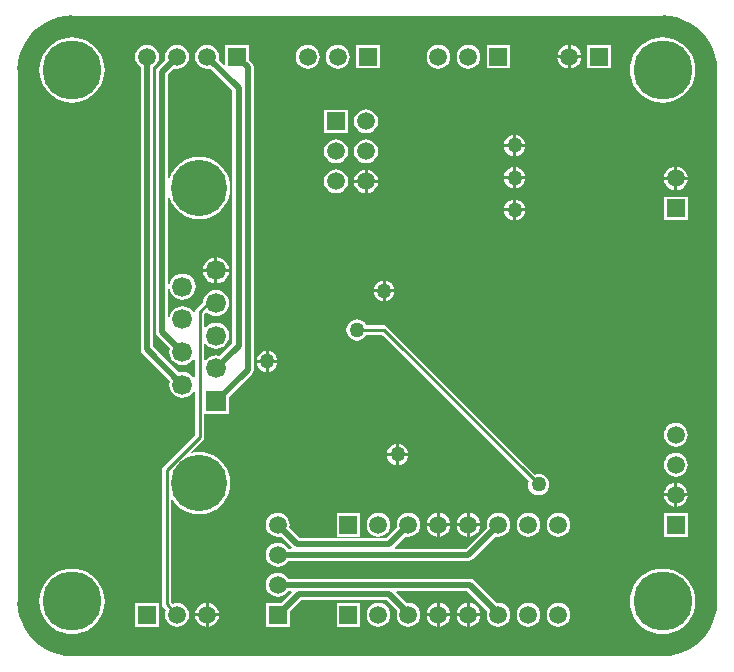
<source format=gbl>
G04 Layer_Physical_Order=2*
G04 Layer_Color=16711680*
%FSLAX24Y24*%
%MOIN*%
G70*
G01*
G75*
%ADD21C,0.0200*%
%ADD22C,0.0100*%
%ADD24R,0.0591X0.0591*%
%ADD25C,0.0591*%
%ADD26R,0.0591X0.0591*%
%ADD27C,0.0665*%
%ADD28R,0.0665X0.0665*%
%ADD29C,0.1874*%
%ADD30C,0.0500*%
%ADD31C,0.1969*%
G36*
X19922Y19518D02*
X20155Y19472D01*
X20381Y19396D01*
X20594Y19290D01*
X20791Y19158D01*
X20970Y19002D01*
X21127Y18823D01*
X21259Y18625D01*
X21364Y18412D01*
X21441Y18187D01*
X21487Y17954D01*
X21502Y17723D01*
X21501Y17717D01*
Y0D01*
X21502Y-7D01*
X21487Y-237D01*
X21441Y-470D01*
X21364Y-695D01*
X21259Y-909D01*
X21127Y-1106D01*
X20970Y-1285D01*
X20791Y-1442D01*
X20594Y-1574D01*
X20381Y-1679D01*
X20155Y-1755D01*
X19922Y-1802D01*
X19692Y-1817D01*
X19685Y-1816D01*
X0D01*
X-7Y-1817D01*
X-237Y-1802D01*
X-470Y-1755D01*
X-695Y-1679D01*
X-909Y-1574D01*
X-1106Y-1442D01*
X-1285Y-1285D01*
X-1442Y-1106D01*
X-1574Y-909D01*
X-1679Y-695D01*
X-1755Y-470D01*
X-1802Y-237D01*
X-1817Y-7D01*
X-1816Y0D01*
Y17717D01*
X-1817Y17723D01*
X-1802Y17954D01*
X-1755Y18187D01*
X-1679Y18412D01*
X-1574Y18625D01*
X-1442Y18823D01*
X-1285Y19002D01*
X-1106Y19158D01*
X-909Y19290D01*
X-695Y19396D01*
X-470Y19472D01*
X-237Y19518D01*
X-7Y19533D01*
X0Y19532D01*
X19685D01*
X19692Y19533D01*
X19922Y19518D01*
D02*
G37*
%LPC*%
G36*
X13165Y2947D02*
X13112Y2940D01*
X13016Y2900D01*
X12933Y2837D01*
X12870Y2754D01*
X12830Y2658D01*
X12823Y2605D01*
X13165D01*
Y2947D01*
D02*
G37*
G36*
X12265D02*
Y2605D01*
X12607D01*
X12600Y2658D01*
X12561Y2754D01*
X12497Y2837D01*
X12415Y2900D01*
X12319Y2940D01*
X12265Y2947D01*
D02*
G37*
G36*
X12165D02*
X12112Y2940D01*
X12016Y2900D01*
X11933Y2837D01*
X11870Y2754D01*
X11830Y2658D01*
X11823Y2605D01*
X12165D01*
Y2947D01*
D02*
G37*
G36*
X20080Y3505D02*
X19738D01*
X19745Y3452D01*
X19785Y3356D01*
X19848Y3273D01*
X19931Y3210D01*
X20027Y3170D01*
X20080Y3163D01*
Y3505D01*
D02*
G37*
G36*
X20522D02*
X20180D01*
Y3163D01*
X20233Y3170D01*
X20329Y3210D01*
X20412Y3273D01*
X20475Y3356D01*
X20515Y3452D01*
X20522Y3505D01*
D02*
G37*
G36*
X13265Y2947D02*
Y2605D01*
X13607D01*
X13600Y2658D01*
X13561Y2754D01*
X13497Y2837D01*
X13415Y2900D01*
X13319Y2940D01*
X13265Y2947D01*
D02*
G37*
G36*
X12165Y2505D02*
X11823D01*
X11830Y2452D01*
X11870Y2356D01*
X11933Y2273D01*
X12016Y2210D01*
X12112Y2170D01*
X12165Y2163D01*
Y2505D01*
D02*
G37*
G36*
X20525Y2950D02*
X19735D01*
Y2160D01*
X20525D01*
Y2950D01*
D02*
G37*
G36*
X9611D02*
X8820D01*
Y2160D01*
X9611D01*
Y2950D01*
D02*
G37*
G36*
X13607Y2505D02*
X13265D01*
Y2163D01*
X13319Y2170D01*
X13415Y2210D01*
X13497Y2273D01*
X13561Y2356D01*
X13600Y2452D01*
X13607Y2505D01*
D02*
G37*
G36*
X13165D02*
X12823D01*
X12830Y2452D01*
X12870Y2356D01*
X12933Y2273D01*
X13016Y2210D01*
X13112Y2170D01*
X13165Y2163D01*
Y2505D01*
D02*
G37*
G36*
X12607D02*
X12265D01*
Y2163D01*
X12319Y2170D01*
X12415Y2210D01*
X12497Y2273D01*
X12561Y2356D01*
X12600Y2452D01*
X12607Y2505D01*
D02*
G37*
G36*
X20130Y5954D02*
X20027Y5940D01*
X19931Y5900D01*
X19848Y5837D01*
X19785Y5754D01*
X19745Y5658D01*
X19731Y5555D01*
X19745Y5452D01*
X19785Y5356D01*
X19848Y5273D01*
X19931Y5210D01*
X20027Y5170D01*
X20130Y5156D01*
X20233Y5170D01*
X20329Y5210D01*
X20412Y5273D01*
X20475Y5356D01*
X20515Y5452D01*
X20529Y5555D01*
X20515Y5658D01*
X20475Y5754D01*
X20412Y5837D01*
X20329Y5900D01*
X20233Y5940D01*
X20130Y5954D01*
D02*
G37*
G36*
X10900Y5246D02*
Y4950D01*
X11196D01*
X11191Y4991D01*
X11156Y5077D01*
X11100Y5150D01*
X11027Y5206D01*
X10941Y5241D01*
X10900Y5246D01*
D02*
G37*
G36*
X10800D02*
X10759Y5241D01*
X10673Y5206D01*
X10600Y5150D01*
X10544Y5077D01*
X10509Y4991D01*
X10504Y4950D01*
X10800D01*
Y5246D01*
D02*
G37*
G36*
X6450Y8346D02*
X6409Y8341D01*
X6323Y8306D01*
X6250Y8250D01*
X6194Y8177D01*
X6159Y8091D01*
X6154Y8050D01*
X6450D01*
Y8346D01*
D02*
G37*
G36*
X6846Y7950D02*
X6550D01*
Y7654D01*
X6591Y7659D01*
X6677Y7694D01*
X6750Y7750D01*
X6806Y7823D01*
X6841Y7909D01*
X6846Y7950D01*
D02*
G37*
G36*
X6450D02*
X6154D01*
X6159Y7909D01*
X6194Y7823D01*
X6250Y7750D01*
X6323Y7694D01*
X6409Y7659D01*
X6450Y7654D01*
Y7950D01*
D02*
G37*
G36*
X20180Y3947D02*
Y3605D01*
X20522D01*
X20515Y3658D01*
X20475Y3754D01*
X20412Y3837D01*
X20329Y3900D01*
X20233Y3940D01*
X20180Y3947D01*
D02*
G37*
G36*
X20080D02*
X20027Y3940D01*
X19931Y3900D01*
X19848Y3837D01*
X19785Y3754D01*
X19745Y3658D01*
X19738Y3605D01*
X20080D01*
Y3947D01*
D02*
G37*
G36*
X9500Y9403D02*
X9409Y9391D01*
X9323Y9356D01*
X9250Y9300D01*
X9194Y9227D01*
X9159Y9141D01*
X9147Y9050D01*
X9159Y8959D01*
X9194Y8873D01*
X9250Y8800D01*
X9323Y8744D01*
X9409Y8709D01*
X9500Y8697D01*
X9591Y8709D01*
X9677Y8744D01*
X9750Y8800D01*
X9806Y8873D01*
X9815Y8897D01*
X10339D01*
X15221Y4015D01*
X15211Y3991D01*
X15199Y3900D01*
X15211Y3809D01*
X15246Y3723D01*
X15302Y3650D01*
X15375Y3594D01*
X15460Y3559D01*
X15552Y3547D01*
X15643Y3559D01*
X15728Y3594D01*
X15801Y3650D01*
X15858Y3723D01*
X15893Y3809D01*
X15905Y3900D01*
X15893Y3991D01*
X15858Y4077D01*
X15801Y4150D01*
X15728Y4206D01*
X15643Y4241D01*
X15552Y4253D01*
X15460Y4241D01*
X15437Y4231D01*
X10510Y9158D01*
X10460Y9191D01*
X10402Y9203D01*
X9815D01*
X9806Y9227D01*
X9750Y9300D01*
X9677Y9356D01*
X9591Y9391D01*
X9500Y9403D01*
D02*
G37*
G36*
X11196Y4850D02*
X10900D01*
Y4554D01*
X10941Y4559D01*
X11027Y4594D01*
X11100Y4650D01*
X11156Y4723D01*
X11191Y4809D01*
X11196Y4850D01*
D02*
G37*
G36*
X10800D02*
X10504D01*
X10509Y4809D01*
X10544Y4723D01*
X10600Y4650D01*
X10673Y4594D01*
X10759Y4559D01*
X10800Y4554D01*
Y4850D01*
D02*
G37*
G36*
X20130Y4954D02*
X20027Y4940D01*
X19931Y4900D01*
X19848Y4837D01*
X19785Y4754D01*
X19745Y4658D01*
X19731Y4555D01*
X19745Y4452D01*
X19785Y4356D01*
X19848Y4273D01*
X19931Y4210D01*
X20027Y4170D01*
X20130Y4156D01*
X20233Y4170D01*
X20329Y4210D01*
X20412Y4273D01*
X20475Y4356D01*
X20515Y4452D01*
X20529Y4555D01*
X20515Y4658D01*
X20475Y4754D01*
X20412Y4837D01*
X20329Y4900D01*
X20233Y4940D01*
X20130Y4954D01*
D02*
G37*
G36*
X4450Y-495D02*
X4108D01*
X4115Y-548D01*
X4155Y-644D01*
X4218Y-727D01*
X4301Y-790D01*
X4397Y-830D01*
X4450Y-837D01*
Y-495D01*
D02*
G37*
G36*
X9611Y-50D02*
X8820D01*
Y-840D01*
X9611D01*
Y-50D01*
D02*
G37*
G36*
X2895D02*
X2105D01*
Y-840D01*
X2895D01*
Y-50D01*
D02*
G37*
G36*
X12607Y-495D02*
X12265D01*
Y-837D01*
X12319Y-830D01*
X12415Y-790D01*
X12497Y-727D01*
X12561Y-644D01*
X12600Y-548D01*
X12607Y-495D01*
D02*
G37*
G36*
X12165D02*
X11823D01*
X11830Y-548D01*
X11870Y-644D01*
X11933Y-727D01*
X12016Y-790D01*
X12112Y-830D01*
X12165Y-837D01*
Y-495D01*
D02*
G37*
G36*
X4892D02*
X4550D01*
Y-837D01*
X4603Y-830D01*
X4699Y-790D01*
X4782Y-727D01*
X4845Y-644D01*
X4885Y-548D01*
X4892Y-495D01*
D02*
G37*
G36*
X10215Y-46D02*
X10112Y-60D01*
X10016Y-100D01*
X9933Y-163D01*
X9870Y-246D01*
X9830Y-342D01*
X9817Y-445D01*
X9830Y-548D01*
X9870Y-644D01*
X9933Y-727D01*
X10016Y-790D01*
X10112Y-830D01*
X10215Y-844D01*
X10319Y-830D01*
X10415Y-790D01*
X10497Y-727D01*
X10561Y-644D01*
X10600Y-548D01*
X10614Y-445D01*
X10600Y-342D01*
X10561Y-246D01*
X10497Y-163D01*
X10415Y-100D01*
X10319Y-60D01*
X10215Y-46D01*
D02*
G37*
G36*
X19685Y1088D02*
X19515Y1074D01*
X19349Y1034D01*
X19191Y969D01*
X19046Y880D01*
X18916Y769D01*
X18805Y639D01*
X18716Y494D01*
X18651Y336D01*
X18611Y170D01*
X18597Y0D01*
X18611Y-170D01*
X18651Y-336D01*
X18716Y-494D01*
X18805Y-639D01*
X18916Y-769D01*
X19046Y-880D01*
X19191Y-969D01*
X19349Y-1034D01*
X19515Y-1074D01*
X19685Y-1088D01*
X19855Y-1074D01*
X20021Y-1034D01*
X20179Y-969D01*
X20324Y-880D01*
X20454Y-769D01*
X20565Y-639D01*
X20654Y-494D01*
X20719Y-336D01*
X20759Y-170D01*
X20773Y0D01*
X20759Y170D01*
X20719Y336D01*
X20654Y494D01*
X20565Y639D01*
X20454Y769D01*
X20324Y880D01*
X20179Y969D01*
X20021Y1034D01*
X19855Y1074D01*
X19685Y1088D01*
D02*
G37*
G36*
X0D02*
X-170Y1074D01*
X-336Y1034D01*
X-494Y969D01*
X-639Y880D01*
X-769Y769D01*
X-880Y639D01*
X-969Y494D01*
X-1034Y336D01*
X-1074Y170D01*
X-1088Y0D01*
X-1074Y-170D01*
X-1034Y-336D01*
X-969Y-494D01*
X-880Y-639D01*
X-769Y-769D01*
X-639Y-880D01*
X-494Y-969D01*
X-336Y-1034D01*
X-170Y-1074D01*
X0Y-1088D01*
X170Y-1074D01*
X336Y-1034D01*
X494Y-969D01*
X639Y-880D01*
X769Y-769D01*
X880Y-639D01*
X969Y-494D01*
X1034Y-336D01*
X1074Y-170D01*
X1088Y0D01*
X1074Y170D01*
X1034Y336D01*
X969Y494D01*
X880Y639D01*
X769Y769D01*
X639Y880D01*
X494Y969D01*
X336Y1034D01*
X170Y1074D01*
X0Y1088D01*
D02*
G37*
G36*
X16215Y-46D02*
X16112Y-60D01*
X16016Y-100D01*
X15933Y-163D01*
X15870Y-246D01*
X15830Y-342D01*
X15817Y-445D01*
X15830Y-548D01*
X15870Y-644D01*
X15933Y-727D01*
X16016Y-790D01*
X16112Y-830D01*
X16215Y-844D01*
X16319Y-830D01*
X16415Y-790D01*
X16497Y-727D01*
X16561Y-644D01*
X16600Y-548D01*
X16614Y-445D01*
X16600Y-342D01*
X16561Y-246D01*
X16497Y-163D01*
X16415Y-100D01*
X16319Y-60D01*
X16215Y-46D01*
D02*
G37*
G36*
X15215D02*
X15112Y-60D01*
X15016Y-100D01*
X14933Y-163D01*
X14870Y-246D01*
X14830Y-342D01*
X14817Y-445D01*
X14830Y-548D01*
X14870Y-644D01*
X14933Y-727D01*
X15016Y-790D01*
X15112Y-830D01*
X15215Y-844D01*
X15319Y-830D01*
X15415Y-790D01*
X15497Y-727D01*
X15561Y-644D01*
X15600Y-548D01*
X15614Y-445D01*
X15600Y-342D01*
X15561Y-246D01*
X15497Y-163D01*
X15415Y-100D01*
X15319Y-60D01*
X15215Y-46D01*
D02*
G37*
G36*
X6858Y954D02*
X6754Y940D01*
X6658Y900D01*
X6576Y837D01*
X6512Y754D01*
X6473Y658D01*
X6459Y555D01*
X6473Y452D01*
X6512Y356D01*
X6576Y273D01*
X6658Y210D01*
X6754Y170D01*
X6858Y156D01*
X6961Y170D01*
X7057Y210D01*
X7140Y273D01*
X7199Y351D01*
X7300D01*
X7319Y305D01*
X6965Y-50D01*
X6462D01*
Y-840D01*
X7253D01*
Y-338D01*
X7637Y46D01*
X10486D01*
X10843Y-311D01*
X10830Y-342D01*
X10817Y-445D01*
X10830Y-548D01*
X10870Y-644D01*
X10933Y-727D01*
X11016Y-790D01*
X11112Y-830D01*
X11215Y-844D01*
X11319Y-830D01*
X11415Y-790D01*
X11497Y-727D01*
X11561Y-644D01*
X11600Y-548D01*
X11614Y-445D01*
X11600Y-342D01*
X11561Y-246D01*
X11497Y-163D01*
X11415Y-100D01*
X11319Y-60D01*
X11215Y-46D01*
X11162Y-53D01*
X10804Y305D01*
X10823Y351D01*
X13181D01*
X13843Y-311D01*
X13830Y-342D01*
X13817Y-445D01*
X13830Y-548D01*
X13870Y-644D01*
X13933Y-727D01*
X14016Y-790D01*
X14112Y-830D01*
X14215Y-844D01*
X14319Y-830D01*
X14415Y-790D01*
X14497Y-727D01*
X14561Y-644D01*
X14600Y-548D01*
X14614Y-445D01*
X14600Y-342D01*
X14561Y-246D01*
X14497Y-163D01*
X14415Y-100D01*
X14319Y-60D01*
X14215Y-46D01*
X14162Y-53D01*
X13410Y699D01*
X13343Y744D01*
X13265Y759D01*
X7199D01*
X7140Y837D01*
X7057Y900D01*
X6961Y940D01*
X6858Y954D01*
D02*
G37*
G36*
X10215Y2954D02*
X10112Y2940D01*
X10016Y2900D01*
X9933Y2837D01*
X9870Y2754D01*
X9830Y2658D01*
X9817Y2555D01*
X9830Y2452D01*
X9870Y2356D01*
X9933Y2273D01*
X10016Y2210D01*
X10112Y2170D01*
X10215Y2156D01*
X10319Y2170D01*
X10415Y2210D01*
X10497Y2273D01*
X10561Y2356D01*
X10600Y2452D01*
X10614Y2555D01*
X10600Y2658D01*
X10561Y2754D01*
X10497Y2837D01*
X10415Y2900D01*
X10319Y2940D01*
X10215Y2954D01*
D02*
G37*
G36*
X13265Y-53D02*
Y-395D01*
X13607D01*
X13600Y-342D01*
X13561Y-246D01*
X13497Y-163D01*
X13415Y-100D01*
X13319Y-60D01*
X13265Y-53D01*
D02*
G37*
G36*
X13165D02*
X13112Y-60D01*
X13016Y-100D01*
X12933Y-163D01*
X12870Y-246D01*
X12830Y-342D01*
X12823Y-395D01*
X13165D01*
Y-53D01*
D02*
G37*
G36*
X16215Y2954D02*
X16112Y2940D01*
X16016Y2900D01*
X15933Y2837D01*
X15870Y2754D01*
X15830Y2658D01*
X15817Y2555D01*
X15830Y2452D01*
X15870Y2356D01*
X15933Y2273D01*
X16016Y2210D01*
X16112Y2170D01*
X16215Y2156D01*
X16319Y2170D01*
X16415Y2210D01*
X16497Y2273D01*
X16561Y2356D01*
X16600Y2452D01*
X16614Y2555D01*
X16600Y2658D01*
X16561Y2754D01*
X16497Y2837D01*
X16415Y2900D01*
X16319Y2940D01*
X16215Y2954D01*
D02*
G37*
G36*
X15215D02*
X15112Y2940D01*
X15016Y2900D01*
X14933Y2837D01*
X14870Y2754D01*
X14830Y2658D01*
X14817Y2555D01*
X14830Y2452D01*
X14870Y2356D01*
X14933Y2273D01*
X15016Y2210D01*
X15112Y2170D01*
X15215Y2156D01*
X15319Y2170D01*
X15415Y2210D01*
X15497Y2273D01*
X15561Y2356D01*
X15600Y2452D01*
X15614Y2555D01*
X15600Y2658D01*
X15561Y2754D01*
X15497Y2837D01*
X15415Y2900D01*
X15319Y2940D01*
X15215Y2954D01*
D02*
G37*
G36*
X14215D02*
X14112Y2940D01*
X14016Y2900D01*
X13933Y2837D01*
X13870Y2754D01*
X13830Y2658D01*
X13817Y2555D01*
X13830Y2458D01*
X13131Y1759D01*
X10773D01*
X10754Y1805D01*
X11118Y2169D01*
X11215Y2156D01*
X11319Y2170D01*
X11415Y2210D01*
X11497Y2273D01*
X11561Y2356D01*
X11600Y2452D01*
X11614Y2555D01*
X11600Y2658D01*
X11561Y2754D01*
X11497Y2837D01*
X11415Y2900D01*
X11319Y2940D01*
X11215Y2954D01*
X11112Y2940D01*
X11016Y2900D01*
X10933Y2837D01*
X10870Y2754D01*
X10830Y2658D01*
X10817Y2555D01*
X10830Y2458D01*
X10476Y2104D01*
X7597D01*
X7244Y2458D01*
X7256Y2555D01*
X7243Y2658D01*
X7203Y2754D01*
X7140Y2837D01*
X7057Y2900D01*
X6961Y2940D01*
X6858Y2954D01*
X6754Y2940D01*
X6658Y2900D01*
X6576Y2837D01*
X6512Y2754D01*
X6473Y2658D01*
X6459Y2555D01*
X6473Y2452D01*
X6512Y2356D01*
X6576Y2273D01*
X6658Y2210D01*
X6754Y2170D01*
X6858Y2156D01*
X6955Y2169D01*
X7319Y1805D01*
X7300Y1759D01*
X7199D01*
X7140Y1837D01*
X7057Y1900D01*
X6961Y1940D01*
X6858Y1954D01*
X6754Y1940D01*
X6658Y1900D01*
X6576Y1837D01*
X6512Y1754D01*
X6473Y1658D01*
X6459Y1555D01*
X6473Y1452D01*
X6512Y1356D01*
X6576Y1273D01*
X6658Y1210D01*
X6754Y1170D01*
X6858Y1156D01*
X6961Y1170D01*
X7057Y1210D01*
X7140Y1273D01*
X7199Y1351D01*
X13215D01*
X13293Y1367D01*
X13360Y1411D01*
X14118Y2169D01*
X14215Y2156D01*
X14319Y2170D01*
X14415Y2210D01*
X14497Y2273D01*
X14561Y2356D01*
X14600Y2452D01*
X14614Y2555D01*
X14600Y2658D01*
X14561Y2754D01*
X14497Y2837D01*
X14415Y2900D01*
X14319Y2940D01*
X14215Y2954D01*
D02*
G37*
G36*
X4450Y-53D02*
X4397Y-60D01*
X4301Y-100D01*
X4218Y-163D01*
X4155Y-246D01*
X4115Y-342D01*
X4108Y-395D01*
X4450D01*
Y-53D01*
D02*
G37*
G36*
X13607Y-495D02*
X13265D01*
Y-837D01*
X13319Y-830D01*
X13415Y-790D01*
X13497Y-727D01*
X13561Y-644D01*
X13600Y-548D01*
X13607Y-495D01*
D02*
G37*
G36*
X13165D02*
X12823D01*
X12830Y-548D01*
X12870Y-644D01*
X12933Y-727D01*
X13016Y-790D01*
X13112Y-830D01*
X13165Y-837D01*
Y-495D01*
D02*
G37*
G36*
X12265Y-53D02*
Y-395D01*
X12607D01*
X12600Y-342D01*
X12561Y-246D01*
X12497Y-163D01*
X12415Y-100D01*
X12319Y-60D01*
X12265Y-53D01*
D02*
G37*
G36*
X12165D02*
X12112Y-60D01*
X12016Y-100D01*
X11933Y-163D01*
X11870Y-246D01*
X11830Y-342D01*
X11823Y-395D01*
X12165D01*
Y-53D01*
D02*
G37*
G36*
X4550D02*
Y-395D01*
X4892D01*
X4885Y-342D01*
X4845Y-246D01*
X4782Y-163D01*
X4699Y-100D01*
X4603Y-60D01*
X4550Y-53D01*
D02*
G37*
G36*
X6550Y8346D02*
Y8050D01*
X6846D01*
X6841Y8091D01*
X6806Y8177D01*
X6750Y8250D01*
X6677Y8306D01*
X6591Y8341D01*
X6550Y8346D01*
D02*
G37*
G36*
X9800Y16399D02*
X9697Y16385D01*
X9601Y16345D01*
X9518Y16282D01*
X9455Y16199D01*
X9415Y16103D01*
X9401Y16000D01*
X9415Y15897D01*
X9455Y15801D01*
X9518Y15718D01*
X9601Y15655D01*
X9697Y15615D01*
X9800Y15601D01*
X9903Y15615D01*
X9999Y15655D01*
X10082Y15718D01*
X10145Y15801D01*
X10185Y15897D01*
X10199Y16000D01*
X10185Y16103D01*
X10145Y16199D01*
X10082Y16282D01*
X9999Y16345D01*
X9903Y16385D01*
X9800Y16399D01*
D02*
G37*
G36*
X14800Y15546D02*
Y15250D01*
X15096D01*
X15091Y15291D01*
X15056Y15377D01*
X15000Y15450D01*
X14927Y15506D01*
X14841Y15541D01*
X14800Y15546D01*
D02*
G37*
G36*
X14700D02*
X14659Y15541D01*
X14573Y15506D01*
X14500Y15450D01*
X14444Y15377D01*
X14409Y15291D01*
X14404Y15250D01*
X14700D01*
Y15546D01*
D02*
G37*
G36*
X19685Y18804D02*
X19515Y18791D01*
X19349Y18751D01*
X19191Y18686D01*
X19046Y18596D01*
X18916Y18486D01*
X18805Y18356D01*
X18716Y18210D01*
X18651Y18053D01*
X18611Y17887D01*
X18597Y17717D01*
X18611Y17546D01*
X18651Y17380D01*
X18716Y17223D01*
X18805Y17077D01*
X18916Y16947D01*
X19046Y16837D01*
X19191Y16747D01*
X19349Y16682D01*
X19515Y16642D01*
X19685Y16629D01*
X19855Y16642D01*
X20021Y16682D01*
X20179Y16747D01*
X20324Y16837D01*
X20454Y16947D01*
X20565Y17077D01*
X20654Y17223D01*
X20719Y17380D01*
X20759Y17546D01*
X20773Y17717D01*
X20759Y17887D01*
X20719Y18053D01*
X20654Y18210D01*
X20565Y18356D01*
X20454Y18486D01*
X20324Y18596D01*
X20179Y18686D01*
X20021Y18751D01*
X19855Y18791D01*
X19685Y18804D01*
D02*
G37*
G36*
X0D02*
X-170Y18791D01*
X-336Y18751D01*
X-494Y18686D01*
X-639Y18596D01*
X-769Y18486D01*
X-880Y18356D01*
X-969Y18210D01*
X-1034Y18053D01*
X-1074Y17887D01*
X-1088Y17717D01*
X-1074Y17546D01*
X-1034Y17380D01*
X-969Y17223D01*
X-880Y17077D01*
X-769Y16947D01*
X-639Y16837D01*
X-494Y16747D01*
X-336Y16682D01*
X-170Y16642D01*
X0Y16629D01*
X170Y16642D01*
X336Y16682D01*
X494Y16747D01*
X639Y16837D01*
X769Y16947D01*
X880Y17077D01*
X969Y17223D01*
X1034Y17380D01*
X1074Y17546D01*
X1088Y17717D01*
X1074Y17887D01*
X1034Y18053D01*
X969Y18210D01*
X880Y18356D01*
X769Y18486D01*
X639Y18596D01*
X494Y18686D01*
X336Y18751D01*
X170Y18791D01*
X0Y18804D01*
D02*
G37*
G36*
X9195Y16395D02*
X8405D01*
Y15605D01*
X9195D01*
Y16395D01*
D02*
G37*
G36*
X8800Y15399D02*
X8697Y15385D01*
X8601Y15345D01*
X8518Y15282D01*
X8455Y15199D01*
X8415Y15103D01*
X8401Y15000D01*
X8415Y14897D01*
X8455Y14801D01*
X8518Y14718D01*
X8601Y14655D01*
X8697Y14615D01*
X8800Y14601D01*
X8903Y14615D01*
X8999Y14655D01*
X9082Y14718D01*
X9145Y14801D01*
X9185Y14897D01*
X9199Y15000D01*
X9185Y15103D01*
X9145Y15199D01*
X9082Y15282D01*
X8999Y15345D01*
X8903Y15385D01*
X8800Y15399D01*
D02*
G37*
G36*
X14800Y14471D02*
Y14175D01*
X15096D01*
X15091Y14216D01*
X15056Y14302D01*
X15000Y14375D01*
X14927Y14431D01*
X14841Y14466D01*
X14800Y14471D01*
D02*
G37*
G36*
X14700D02*
X14659Y14466D01*
X14573Y14431D01*
X14500Y14375D01*
X14444Y14302D01*
X14409Y14216D01*
X14404Y14175D01*
X14700D01*
Y14471D01*
D02*
G37*
G36*
X15096Y15150D02*
X14800D01*
Y14854D01*
X14841Y14859D01*
X14927Y14894D01*
X15000Y14950D01*
X15056Y15023D01*
X15091Y15109D01*
X15096Y15150D01*
D02*
G37*
G36*
X14700D02*
X14404D01*
X14409Y15109D01*
X14444Y15023D01*
X14500Y14950D01*
X14573Y14894D01*
X14659Y14859D01*
X14700Y14854D01*
Y15150D01*
D02*
G37*
G36*
X9800Y15399D02*
X9697Y15385D01*
X9601Y15345D01*
X9518Y15282D01*
X9455Y15199D01*
X9415Y15103D01*
X9401Y15000D01*
X9415Y14897D01*
X9455Y14801D01*
X9518Y14718D01*
X9601Y14655D01*
X9697Y14615D01*
X9800Y14601D01*
X9903Y14615D01*
X9999Y14655D01*
X10082Y14718D01*
X10145Y14801D01*
X10185Y14897D01*
X10199Y15000D01*
X10185Y15103D01*
X10145Y15199D01*
X10082Y15282D01*
X9999Y15345D01*
X9903Y15385D01*
X9800Y15399D01*
D02*
G37*
G36*
X16523Y18111D02*
X16181D01*
X16188Y18058D01*
X16228Y17962D01*
X16291Y17880D01*
X16374Y17816D01*
X16470Y17776D01*
X16523Y17769D01*
Y18111D01*
D02*
G37*
G36*
X17968Y18557D02*
X17178D01*
Y17766D01*
X17968D01*
Y18557D01*
D02*
G37*
G36*
X14611D02*
X13820D01*
Y17766D01*
X14611D01*
Y18557D01*
D02*
G37*
G36*
X16623Y18554D02*
Y18211D01*
X16965D01*
X16958Y18265D01*
X16918Y18361D01*
X16855Y18443D01*
X16772Y18507D01*
X16676Y18547D01*
X16623Y18554D01*
D02*
G37*
G36*
X16523D02*
X16470Y18547D01*
X16374Y18507D01*
X16291Y18443D01*
X16228Y18361D01*
X16188Y18265D01*
X16181Y18211D01*
X16523D01*
Y18554D01*
D02*
G37*
G36*
X16965Y18111D02*
X16623D01*
Y17769D01*
X16676Y17776D01*
X16772Y17816D01*
X16855Y17880D01*
X16918Y17962D01*
X16958Y18058D01*
X16965Y18111D01*
D02*
G37*
G36*
X8858Y18560D02*
X8754Y18547D01*
X8658Y18507D01*
X8576Y18443D01*
X8512Y18361D01*
X8473Y18265D01*
X8459Y18161D01*
X8473Y18058D01*
X8512Y17962D01*
X8576Y17880D01*
X8658Y17816D01*
X8754Y17776D01*
X8858Y17763D01*
X8961Y17776D01*
X9057Y17816D01*
X9140Y17880D01*
X9203Y17962D01*
X9243Y18058D01*
X9256Y18161D01*
X9243Y18265D01*
X9203Y18361D01*
X9140Y18443D01*
X9057Y18507D01*
X8961Y18547D01*
X8858Y18560D01*
D02*
G37*
G36*
X7858D02*
X7754Y18547D01*
X7658Y18507D01*
X7576Y18443D01*
X7512Y18361D01*
X7473Y18265D01*
X7459Y18161D01*
X7473Y18058D01*
X7512Y17962D01*
X7576Y17880D01*
X7658Y17816D01*
X7754Y17776D01*
X7858Y17763D01*
X7961Y17776D01*
X8057Y17816D01*
X8140Y17880D01*
X8203Y17962D01*
X8243Y18058D01*
X8256Y18161D01*
X8243Y18265D01*
X8203Y18361D01*
X8140Y18443D01*
X8057Y18507D01*
X7961Y18547D01*
X7858Y18560D01*
D02*
G37*
G36*
X4500D02*
X4397Y18547D01*
X4301Y18507D01*
X4218Y18443D01*
X4155Y18361D01*
X4115Y18265D01*
X4101Y18161D01*
X4115Y18058D01*
X4155Y17962D01*
X4218Y17880D01*
X4301Y17816D01*
X4397Y17776D01*
X4500Y17763D01*
X4597Y17776D01*
X5346Y17027D01*
Y8603D01*
X4926Y8183D01*
X4912Y8189D01*
X4799Y8204D01*
X4686Y8189D01*
X4581Y8146D01*
X4490Y8076D01*
X4453Y8028D01*
X4403Y8045D01*
Y8581D01*
X4453Y8598D01*
X4490Y8550D01*
X4581Y8480D01*
X4686Y8437D01*
X4799Y8422D01*
X4912Y8437D01*
X5017Y8480D01*
X5108Y8550D01*
X5177Y8640D01*
X5220Y8745D01*
X5235Y8858D01*
X5220Y8971D01*
X5177Y9076D01*
X5108Y9167D01*
X5017Y9236D01*
X4912Y9280D01*
X4799Y9295D01*
X4686Y9280D01*
X4581Y9236D01*
X4490Y9167D01*
X4453Y9118D01*
X4403Y9135D01*
Y9587D01*
X4459Y9642D01*
X4490Y9640D01*
X4581Y9571D01*
X4686Y9527D01*
X4799Y9512D01*
X4912Y9527D01*
X5017Y9571D01*
X5108Y9640D01*
X5177Y9731D01*
X5220Y9836D01*
X5235Y9949D01*
X5220Y10062D01*
X5177Y10167D01*
X5108Y10257D01*
X5017Y10327D01*
X4912Y10370D01*
X4799Y10385D01*
X4686Y10370D01*
X4581Y10327D01*
X4490Y10257D01*
X4421Y10167D01*
X4377Y10062D01*
X4367Y9983D01*
X4142Y9758D01*
X4109Y9709D01*
X4098Y9653D01*
X4089Y9648D01*
X4047Y9637D01*
X3989Y9712D01*
X3899Y9781D01*
X3794Y9825D01*
X3681Y9840D01*
X3568Y9825D01*
X3463Y9781D01*
X3372Y9712D01*
X3303Y9622D01*
X3259Y9516D01*
X3254Y9476D01*
X3204Y9479D01*
Y10418D01*
X3254Y10422D01*
X3259Y10381D01*
X3303Y10276D01*
X3372Y10186D01*
X3463Y10116D01*
X3568Y10073D01*
X3681Y10058D01*
X3794Y10073D01*
X3899Y10116D01*
X3989Y10186D01*
X4059Y10276D01*
X4102Y10381D01*
X4117Y10494D01*
X4102Y10607D01*
X4059Y10712D01*
X3989Y10803D01*
X3899Y10872D01*
X3794Y10916D01*
X3681Y10931D01*
X3568Y10916D01*
X3463Y10872D01*
X3372Y10803D01*
X3303Y10712D01*
X3259Y10607D01*
X3254Y10566D01*
X3204Y10570D01*
Y13442D01*
X3251Y13456D01*
X3313Y13305D01*
X3398Y13166D01*
X3504Y13042D01*
X3628Y12936D01*
X3768Y12851D01*
X3918Y12788D01*
X4077Y12750D01*
X4240Y12737D01*
X4403Y12750D01*
X4561Y12788D01*
X4712Y12851D01*
X4851Y12936D01*
X4975Y13042D01*
X5081Y13166D01*
X5167Y13305D01*
X5229Y13456D01*
X5267Y13615D01*
X5280Y13778D01*
X5267Y13940D01*
X5229Y14099D01*
X5167Y14250D01*
X5081Y14389D01*
X4975Y14513D01*
X4851Y14619D01*
X4712Y14704D01*
X4561Y14767D01*
X4403Y14805D01*
X4240Y14818D01*
X4077Y14805D01*
X3918Y14767D01*
X3768Y14704D01*
X3628Y14619D01*
X3504Y14513D01*
X3398Y14389D01*
X3313Y14250D01*
X3251Y14099D01*
X3204Y14113D01*
Y17577D01*
X3403Y17776D01*
X3500Y17763D01*
X3603Y17776D01*
X3699Y17816D01*
X3782Y17880D01*
X3845Y17962D01*
X3885Y18058D01*
X3899Y18161D01*
X3885Y18265D01*
X3845Y18361D01*
X3782Y18443D01*
X3699Y18507D01*
X3603Y18547D01*
X3500Y18560D01*
X3397Y18547D01*
X3301Y18507D01*
X3218Y18443D01*
X3155Y18361D01*
X3115Y18265D01*
X3101Y18161D01*
X3114Y18064D01*
X2856Y17806D01*
X2812Y17739D01*
X2796Y17661D01*
Y8994D01*
X2812Y8916D01*
X2856Y8850D01*
X3265Y8440D01*
X3259Y8426D01*
X3244Y8313D01*
X3259Y8200D01*
X3303Y8095D01*
X3372Y8004D01*
X3463Y7935D01*
X3568Y7891D01*
X3681Y7877D01*
X3794Y7891D01*
X3899Y7935D01*
X3989Y8004D01*
X4047Y8080D01*
X4097Y8063D01*
Y7473D01*
X4047Y7456D01*
X3989Y7531D01*
X3899Y7600D01*
X3794Y7644D01*
X3681Y7659D01*
X3568Y7644D01*
X3554Y7638D01*
X2704Y8488D01*
Y17820D01*
X2782Y17880D01*
X2845Y17962D01*
X2885Y18058D01*
X2899Y18161D01*
X2885Y18265D01*
X2845Y18361D01*
X2782Y18443D01*
X2699Y18507D01*
X2603Y18547D01*
X2500Y18560D01*
X2397Y18547D01*
X2301Y18507D01*
X2218Y18443D01*
X2155Y18361D01*
X2115Y18265D01*
X2101Y18161D01*
X2115Y18058D01*
X2155Y17962D01*
X2218Y17880D01*
X2296Y17820D01*
Y8403D01*
X2312Y8325D01*
X2356Y8259D01*
X3265Y7350D01*
X3259Y7335D01*
X3244Y7222D01*
X3259Y7109D01*
X3303Y7004D01*
X3372Y6914D01*
X3463Y6844D01*
X3568Y6801D01*
X3681Y6786D01*
X3794Y6801D01*
X3899Y6844D01*
X3989Y6914D01*
X4047Y6989D01*
X4097Y6972D01*
Y5550D01*
X3045Y4497D01*
X3012Y4448D01*
X3000Y4389D01*
Y-98D01*
X3012Y-156D01*
X3045Y-206D01*
X3134Y-295D01*
X3115Y-342D01*
X3101Y-445D01*
X3115Y-548D01*
X3155Y-644D01*
X3218Y-727D01*
X3301Y-790D01*
X3397Y-830D01*
X3500Y-844D01*
X3603Y-830D01*
X3699Y-790D01*
X3782Y-727D01*
X3845Y-644D01*
X3885Y-548D01*
X3899Y-445D01*
X3885Y-342D01*
X3845Y-246D01*
X3782Y-163D01*
X3699Y-100D01*
X3603Y-60D01*
X3500Y-46D01*
X3397Y-60D01*
X3350Y-79D01*
X3306Y-34D01*
Y3383D01*
X3356Y3397D01*
X3398Y3328D01*
X3504Y3203D01*
X3628Y3097D01*
X3768Y3012D01*
X3918Y2950D01*
X4077Y2912D01*
X4240Y2899D01*
X4403Y2912D01*
X4561Y2950D01*
X4712Y3012D01*
X4851Y3097D01*
X4975Y3203D01*
X5081Y3328D01*
X5167Y3467D01*
X5229Y3618D01*
X5267Y3776D01*
X5280Y3939D01*
X5267Y4102D01*
X5229Y4260D01*
X5167Y4411D01*
X5081Y4550D01*
X4975Y4675D01*
X4851Y4781D01*
X4712Y4866D01*
X4561Y4928D01*
X4403Y4966D01*
X4240Y4979D01*
X4077Y4966D01*
X3998Y4947D01*
X3973Y4993D01*
X4358Y5378D01*
X4391Y5428D01*
X4403Y5486D01*
Y6244D01*
X5232D01*
Y6821D01*
X5994Y7584D01*
X6038Y7650D01*
X6054Y7728D01*
X6054Y7728D01*
Y17811D01*
X6038Y17889D01*
X5994Y17956D01*
X5895Y18055D01*
Y18557D01*
X5105D01*
Y17910D01*
X5059Y17891D01*
X4886Y18064D01*
X4899Y18161D01*
X4885Y18265D01*
X4845Y18361D01*
X4782Y18443D01*
X4699Y18507D01*
X4603Y18547D01*
X4500Y18560D01*
D02*
G37*
G36*
X10253Y18557D02*
X9462D01*
Y17766D01*
X10253D01*
Y18557D01*
D02*
G37*
G36*
X13215Y18560D02*
X13112Y18547D01*
X13016Y18507D01*
X12933Y18443D01*
X12870Y18361D01*
X12830Y18265D01*
X12817Y18161D01*
X12830Y18058D01*
X12870Y17962D01*
X12933Y17880D01*
X13016Y17816D01*
X13112Y17776D01*
X13215Y17763D01*
X13319Y17776D01*
X13415Y17816D01*
X13497Y17880D01*
X13561Y17962D01*
X13600Y18058D01*
X13614Y18161D01*
X13600Y18265D01*
X13561Y18361D01*
X13497Y18443D01*
X13415Y18507D01*
X13319Y18547D01*
X13215Y18560D01*
D02*
G37*
G36*
X12215D02*
X12112Y18547D01*
X12016Y18507D01*
X11933Y18443D01*
X11870Y18361D01*
X11830Y18265D01*
X11817Y18161D01*
X11830Y18058D01*
X11870Y17962D01*
X11933Y17880D01*
X12016Y17816D01*
X12112Y17776D01*
X12215Y17763D01*
X12319Y17776D01*
X12415Y17816D01*
X12497Y17880D01*
X12561Y17962D01*
X12600Y18058D01*
X12614Y18161D01*
X12600Y18265D01*
X12561Y18361D01*
X12497Y18443D01*
X12415Y18507D01*
X12319Y18547D01*
X12215Y18560D01*
D02*
G37*
G36*
X14700Y13000D02*
X14404D01*
X14409Y12959D01*
X14444Y12873D01*
X14500Y12800D01*
X14573Y12744D01*
X14659Y12709D01*
X14700Y12704D01*
Y13000D01*
D02*
G37*
G36*
X4849Y11469D02*
Y11089D01*
X5229D01*
X5220Y11152D01*
X5177Y11258D01*
X5108Y11348D01*
X5017Y11417D01*
X4912Y11461D01*
X4849Y11469D01*
D02*
G37*
G36*
X4749Y11469D02*
X4686Y11461D01*
X4581Y11417D01*
X4490Y11348D01*
X4421Y11258D01*
X4377Y11152D01*
X4369Y11089D01*
X4749D01*
Y11469D01*
D02*
G37*
G36*
X14700Y13396D02*
X14659Y13391D01*
X14573Y13356D01*
X14500Y13300D01*
X14444Y13227D01*
X14409Y13141D01*
X14404Y13100D01*
X14700D01*
Y13396D01*
D02*
G37*
G36*
X20525Y13495D02*
X19735D01*
Y12705D01*
X20525D01*
Y13495D01*
D02*
G37*
G36*
X15096Y13000D02*
X14800D01*
Y12704D01*
X14841Y12709D01*
X14927Y12744D01*
X15000Y12800D01*
X15056Y12873D01*
X15091Y12959D01*
X15096Y13000D01*
D02*
G37*
G36*
X10350Y10696D02*
X10309Y10691D01*
X10223Y10656D01*
X10150Y10600D01*
X10094Y10527D01*
X10059Y10441D01*
X10054Y10400D01*
X10350D01*
Y10696D01*
D02*
G37*
G36*
X10746Y10300D02*
X10450D01*
Y10004D01*
X10491Y10009D01*
X10577Y10044D01*
X10650Y10100D01*
X10706Y10173D01*
X10741Y10259D01*
X10746Y10300D01*
D02*
G37*
G36*
X10350D02*
X10054D01*
X10059Y10259D01*
X10094Y10173D01*
X10150Y10100D01*
X10223Y10044D01*
X10309Y10009D01*
X10350Y10004D01*
Y10300D01*
D02*
G37*
G36*
X5229Y10989D02*
X4849D01*
Y10610D01*
X4912Y10618D01*
X5017Y10661D01*
X5108Y10731D01*
X5177Y10821D01*
X5220Y10926D01*
X5229Y10989D01*
D02*
G37*
G36*
X4749D02*
X4369D01*
X4377Y10926D01*
X4421Y10821D01*
X4490Y10731D01*
X4581Y10661D01*
X4686Y10618D01*
X4749Y10610D01*
Y10989D01*
D02*
G37*
G36*
X10450Y10696D02*
Y10400D01*
X10746D01*
X10741Y10441D01*
X10706Y10527D01*
X10650Y10600D01*
X10577Y10656D01*
X10491Y10691D01*
X10450Y10696D01*
D02*
G37*
G36*
X9750Y14392D02*
X9697Y14385D01*
X9601Y14345D01*
X9518Y14282D01*
X9455Y14199D01*
X9415Y14103D01*
X9408Y14050D01*
X9750D01*
Y14392D01*
D02*
G37*
G36*
X15096Y14075D02*
X14800D01*
Y13779D01*
X14841Y13784D01*
X14927Y13819D01*
X15000Y13875D01*
X15056Y13948D01*
X15091Y14034D01*
X15096Y14075D01*
D02*
G37*
G36*
X14700D02*
X14404D01*
X14409Y14034D01*
X14444Y13948D01*
X14500Y13875D01*
X14573Y13819D01*
X14659Y13784D01*
X14700Y13779D01*
Y14075D01*
D02*
G37*
G36*
X20180Y14492D02*
Y14150D01*
X20522D01*
X20515Y14203D01*
X20475Y14299D01*
X20412Y14382D01*
X20329Y14445D01*
X20233Y14485D01*
X20180Y14492D01*
D02*
G37*
G36*
X20080D02*
X20027Y14485D01*
X19931Y14445D01*
X19848Y14382D01*
X19785Y14299D01*
X19745Y14203D01*
X19738Y14150D01*
X20080D01*
Y14492D01*
D02*
G37*
G36*
X9850Y14392D02*
Y14050D01*
X10192D01*
X10185Y14103D01*
X10145Y14199D01*
X10082Y14282D01*
X9999Y14345D01*
X9903Y14385D01*
X9850Y14392D01*
D02*
G37*
G36*
X9750Y13950D02*
X9408D01*
X9415Y13897D01*
X9455Y13801D01*
X9518Y13718D01*
X9601Y13655D01*
X9697Y13615D01*
X9750Y13608D01*
Y13950D01*
D02*
G37*
G36*
X8800Y14399D02*
X8697Y14385D01*
X8601Y14345D01*
X8518Y14282D01*
X8455Y14199D01*
X8415Y14103D01*
X8401Y14000D01*
X8415Y13897D01*
X8455Y13801D01*
X8518Y13718D01*
X8601Y13655D01*
X8697Y13615D01*
X8800Y13601D01*
X8903Y13615D01*
X8999Y13655D01*
X9082Y13718D01*
X9145Y13801D01*
X9185Y13897D01*
X9199Y14000D01*
X9185Y14103D01*
X9145Y14199D01*
X9082Y14282D01*
X8999Y14345D01*
X8903Y14385D01*
X8800Y14399D01*
D02*
G37*
G36*
X14800Y13396D02*
Y13100D01*
X15096D01*
X15091Y13141D01*
X15056Y13227D01*
X15000Y13300D01*
X14927Y13356D01*
X14841Y13391D01*
X14800Y13396D01*
D02*
G37*
G36*
X20080Y14050D02*
X19738D01*
X19745Y13997D01*
X19785Y13901D01*
X19848Y13818D01*
X19931Y13755D01*
X20027Y13715D01*
X20080Y13708D01*
Y14050D01*
D02*
G37*
G36*
X20522D02*
X20180D01*
Y13708D01*
X20233Y13715D01*
X20329Y13755D01*
X20412Y13818D01*
X20475Y13901D01*
X20515Y13997D01*
X20522Y14050D01*
D02*
G37*
G36*
X10192Y13950D02*
X9850D01*
Y13608D01*
X9903Y13615D01*
X9999Y13655D01*
X10082Y13718D01*
X10145Y13801D01*
X10185Y13897D01*
X10192Y13950D01*
D02*
G37*
%LPD*%
D21*
X7553Y250D02*
X10570D01*
X6858Y555D02*
X13265D01*
X6858Y-445D02*
X7553Y250D01*
X13215Y1555D02*
X14215Y2555D01*
X6858Y1555D02*
X13215D01*
X10560Y1900D02*
X11215Y2555D01*
X7513Y1900D02*
X10560D01*
X6858Y2555D02*
X7513Y1900D01*
X10570Y250D02*
X11265Y-445D01*
X13265Y555D02*
X14265Y-445D01*
X5500Y18161D02*
X5850Y17811D01*
Y7728D02*
Y17811D01*
X4799Y6677D02*
X5850Y7728D01*
X4799Y7768D02*
X5550Y8519D01*
Y17111D01*
X4500Y18161D02*
X5550Y17111D01*
X3000Y17661D02*
X3500Y18161D01*
X3000Y8994D02*
Y17661D01*
Y8994D02*
X3681Y8313D01*
X2500Y8403D02*
X3681Y7222D01*
X2500Y8403D02*
Y18161D01*
D22*
X4549Y9949D02*
X4799D01*
X4250Y9650D02*
X4549Y9949D01*
X4250Y5486D02*
Y9650D01*
X3153Y4389D02*
X4250Y5486D01*
X3153Y-98D02*
Y4389D01*
Y-98D02*
X3500Y-445D01*
X9500Y9050D02*
X10402D01*
X15552Y3900D01*
D24*
X8800Y16000D02*
D03*
X6858Y-445D02*
D03*
X20130Y2555D02*
D03*
Y13100D02*
D03*
D25*
X9800Y16000D02*
D03*
X8800Y15000D02*
D03*
X9800D02*
D03*
X8800Y14000D02*
D03*
X9800D02*
D03*
X2500Y18161D02*
D03*
X3500D02*
D03*
X4500D02*
D03*
X13215D02*
D03*
X12215D02*
D03*
X8858D02*
D03*
X7858D02*
D03*
X6858Y2555D02*
D03*
Y1555D02*
D03*
Y555D02*
D03*
X16573Y18161D02*
D03*
X10215Y2555D02*
D03*
X11215D02*
D03*
X12215D02*
D03*
X13215D02*
D03*
X14215D02*
D03*
X15215D02*
D03*
X16215D02*
D03*
X10215Y-445D02*
D03*
X11215D02*
D03*
X12215D02*
D03*
X13215D02*
D03*
X14215D02*
D03*
X15215D02*
D03*
X16215D02*
D03*
X3500D02*
D03*
X4500D02*
D03*
X20130Y5555D02*
D03*
Y4555D02*
D03*
Y3555D02*
D03*
Y14100D02*
D03*
D26*
X5500Y18161D02*
D03*
X14215D02*
D03*
X9858D02*
D03*
X17573D02*
D03*
X9215Y2555D02*
D03*
Y-445D02*
D03*
X2500D02*
D03*
D27*
X4799Y11039D02*
D03*
X3681Y10494D02*
D03*
X4799Y9949D02*
D03*
X3681Y9404D02*
D03*
X4799Y8858D02*
D03*
X3681Y8313D02*
D03*
X4799Y7768D02*
D03*
X3681Y7222D02*
D03*
D28*
X4799Y6677D02*
D03*
D29*
X4240Y3939D02*
D03*
Y13778D02*
D03*
D30*
X10400Y10350D02*
D03*
X10850Y4900D02*
D03*
X15552Y3900D02*
D03*
X9500Y9050D02*
D03*
X6500Y8000D02*
D03*
X14750Y14125D02*
D03*
Y15200D02*
D03*
Y13050D02*
D03*
D31*
X19685Y17717D02*
D03*
Y0D02*
D03*
X0Y17717D02*
D03*
Y0D02*
D03*
M02*

</source>
